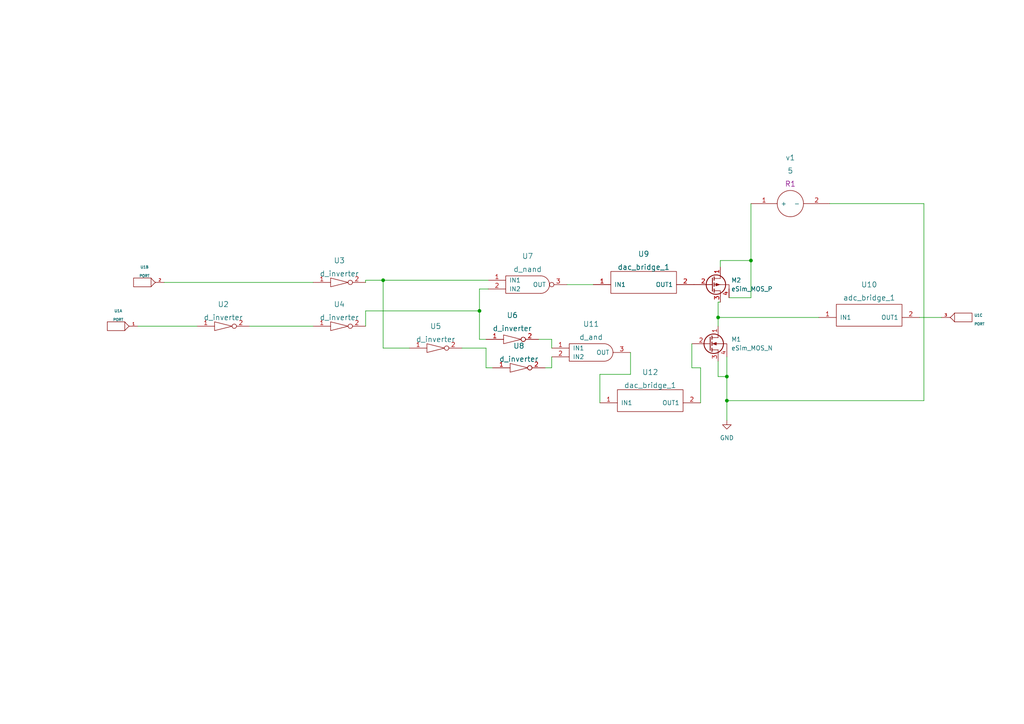
<source format=kicad_sch>
(kicad_sch (version 20211123) (generator eeschema)
  (paper "A4")
  (lib_symbols
    (symbol "eSim_Devices:eSim_MOS_N" (pin_names (offset 0) hide)
      (property "Reference" "M" (at 0 -3.81 0))
      (property "Value" "eSim_MOS_N" (at 2.54 -1.27 0))
      (symbol "eSim_MOS_N_0_1"
        (polyline (pts (xy 3.302 -7.366) (xy 3.302 -6.35)) (stroke (width 0.254)))
        (polyline (pts (xy 3.302 -6.858) (xy 5.08 -6.858)))
        (polyline (pts (xy 3.302 -5.588) (xy 3.302 -4.572)) (stroke (width 0.254)))
        (polyline (pts (xy 3.302 -5.08) (xy 5.08 -5.08)))
        (polyline (pts (xy 3.302 -3.81) (xy 3.302 -2.794)) (stroke (width 0.254)))
        (polyline (pts (xy 3.302 -3.302) (xy 5.08 -3.302)))
        (polyline (pts (xy 5.08 -7.62) (xy 5.08 -6.858)))
        (polyline (pts (xy 5.08 -3.302) (xy 5.08 -2.54)))
        (polyline (pts (xy 2.794 -6.985) (xy 2.794 -3.175) (xy 2.794 -3.175)) (stroke (width 0.254)))
        (polyline (pts (xy 5.08 -5.08) (xy 7.62 -5.08) (xy 7.62 -6.35)))
        (polyline (pts (xy 3.556 -5.08) (xy 4.572 -5.461) (xy 4.572 -4.699) (xy 3.556 -5.08)) (fill (type outline)))
        (circle (center 3.81 -5.08) (radius 2.8194) (stroke (width 0.254)))
      )
      (symbol "eSim_MOS_N_1_1"
        (pin passive line (at 5.08 0 270) (length 2.54) (name "D") (number "1"))
        (pin passive line (at -2.54 -5.08 0) (length 5.334) (name "G") (number "2"))
        (pin passive line (at 5.08 -10.16 90) (length 2.54) (name "S") (number "3"))
        (pin passive line (at 7.62 -8.89 90) (length 2.4892) (name "B") (number "4"))
      )
    )
    (symbol "eSim_Devices:eSim_MOS_P" (pin_names (offset 0) hide)
      (property "Reference" "M" (at -1.27 1.27 0))
      (property "Value" "eSim_MOS_P" (at 1.27 3.81 0))
      (symbol "eSim_MOS_P_0_1"
        (polyline (pts (xy 2.032 -1.778) (xy 3.81 -1.778)))
        (polyline (pts (xy 2.032 -1.27) (xy 2.032 -2.286)) (stroke (width 0.254)))
        (polyline (pts (xy 2.032 0) (xy 3.81 0)))
        (polyline (pts (xy 2.032 0.508) (xy 2.032 -0.508)) (stroke (width 0.254)))
        (polyline (pts (xy 2.032 1.778) (xy 3.81 1.778)))
        (polyline (pts (xy 2.032 2.286) (xy 2.032 1.27)) (stroke (width 0.254)))
        (polyline (pts (xy 3.81 -1.778) (xy 3.81 -2.54)))
        (polyline (pts (xy 3.81 2.54) (xy 3.81 1.778)))
        (polyline (pts (xy 1.524 1.905) (xy 1.524 -1.905) (xy 1.524 -1.905)) (stroke (width 0.254)))
        (polyline (pts (xy 3.81 0) (xy 6.35 0) (xy 6.35 -1.27)))
        (polyline (pts (xy 3.556 0) (xy 2.54 -0.381) (xy 2.54 0.381) (xy 3.556 0)) (fill (type outline)))
        (circle (center 2.54 0) (radius 2.8194) (stroke (width 0.254)))
      )
      (symbol "eSim_MOS_P_1_1"
        (pin passive line (at 3.81 5.08 270) (length 2.54) (name "D") (number "1"))
        (pin passive line (at -3.81 0 0) (length 5.334) (name "G") (number "2"))
        (pin passive line (at 3.81 -5.08 90) (length 2.54) (name "S") (number "3"))
        (pin passive line (at 6.35 -3.81 90) (length 2.54) (name "B") (number "4"))
      )
    )
    (symbol "eSim_Digital:d_and" (pin_names (offset 1.016))
      (property "Reference" "U" (at 0 0 0))
      (property "Value" "d_and" (at 1.27 2.54 0))
      (symbol "d_and_0_1"
        (polyline (pts (xy 3.81 -1.27) (xy -6.35 -1.27) (xy -6.35 3.81) (xy 3.81 3.81)))
        (arc (start 3.81 -1.27) (mid 5.5897 -0.5171) (end 6.35 1.27))
        (arc (start 6.35 1.27) (mid 5.5971 3.0497) (end 3.81 3.81))
      )
      (symbol "d_and_1_1"
        (pin input line (at -11.43 2.54 0) (length 5.08) (name "IN1") (number "1"))
        (pin input line (at -11.43 0 0) (length 5.08) (name "IN2") (number "2"))
        (pin output line (at 11.43 1.27 180) (length 5.08) (name "OUT") (number "3"))
      )
    )
    (symbol "eSim_Digital:d_inverter" (pin_names (offset 1.016))
      (property "Reference" "U" (at 0 -2.54 0))
      (property "Value" "d_inverter" (at 0 3.81 0))
      (symbol "d_inverter_0_1"
        (polyline (pts (xy -2.54 1.27) (xy -2.54 -1.27) (xy 2.54 0) (xy -2.54 1.27)))
      )
      (symbol "d_inverter_1_1"
        (pin input line (at -7.62 0 0) (length 5.08) (name "~") (number "1"))
        (pin output inverted (at 7.62 0 180) (length 5.08) (name "~") (number "2"))
      )
    )
    (symbol "eSim_Digital:d_nand" (pin_names (offset 1.016))
      (property "Reference" "U" (at 0 0 0))
      (property "Value" "d_nand" (at 1.27 2.54 0))
      (symbol "d_nand_0_1"
        (polyline (pts (xy 3.81 -1.27) (xy -6.35 -1.27) (xy -6.35 3.81) (xy 3.81 3.81)))
        (arc (start 3.81 -1.27) (mid 5.5897 -0.5171) (end 6.35 1.27))
        (arc (start 6.35 1.27) (mid 5.5971 3.0497) (end 3.81 3.81))
      )
      (symbol "d_nand_1_1"
        (pin input line (at -11.43 2.54 0) (length 5.08) (name "IN1") (number "1"))
        (pin input line (at -11.43 0 0) (length 5.08) (name "IN2") (number "2"))
        (pin output inverted (at 11.43 1.27 180) (length 5.08) (name "OUT") (number "3"))
      )
    )
    (symbol "eSim_Hybrid:adc_bridge_1" (pin_names (offset 1.016))
      (property "Reference" "U" (at 0 0 0))
      (property "Value" "adc_bridge_1" (at 0 3.81 0))
      (symbol "adc_bridge_1_0_1"
        (rectangle (start -10.16 5.08) (end 8.89 -1.27))
      )
      (symbol "adc_bridge_1_1_1"
        (pin input line (at -15.24 1.27 0) (length 5.08) (name "IN1") (number "1"))
        (pin output line (at 13.97 1.27 180) (length 5.08) (name "OUT1") (number "2"))
      )
    )
    (symbol "eSim_Hybrid:dac_bridge_1" (pin_names (offset 1.016))
      (property "Reference" "U" (at 0 0 0))
      (property "Value" "dac_bridge_1" (at 0 3.81 0))
      (symbol "dac_bridge_1_0_1"
        (rectangle (start -10.16 5.08) (end 8.89 -1.27))
      )
      (symbol "dac_bridge_1_1_1"
        (pin input line (at -15.24 1.27 0) (length 5.08) (name "IN1") (number "1"))
        (pin output line (at 13.97 1.27 180) (length 5.08) (name "OUT1") (number "2"))
      )
    )
    (symbol "eSim_Miscellaneous:PORT" (pin_names (offset 1.016))
      (property "Reference" "U" (at 1.27 2.54 0))
      (property "Value" "PORT" (at 0 0 0))
      (symbol "PORT_0_1"
        (rectangle (start -2.54 1.27) (end 2.54 -1.27))
        (arc (start 2.54 1.27) (mid 3.1355 0.5955) (end 3.81 0))
        (arc (start 3.81 0) (mid 3.1447 -0.6046) (end 2.54 -1.27))
      )
      (symbol "PORT_1_1"
        (pin bidirectional line (at 6.35 0 180) (length 2.54) (name "~") (number "1"))
      )
      (symbol "PORT_2_1"
        (pin bidirectional line (at 6.35 0 180) (length 2.54) (name "~") (number "2"))
      )
      (symbol "PORT_3_1"
        (pin bidirectional line (at 6.35 0 180) (length 2.54) (name "~") (number "3"))
      )
      (symbol "PORT_4_1"
        (pin bidirectional line (at 6.35 0 180) (length 2.54) (name "~") (number "4"))
      )
      (symbol "PORT_5_1"
        (pin bidirectional line (at 6.35 0 180) (length 2.54) (name "~") (number "5"))
      )
      (symbol "PORT_6_1"
        (pin bidirectional line (at 6.35 0 180) (length 2.54) (name "~") (number "6"))
      )
      (symbol "PORT_7_1"
        (pin bidirectional line (at 6.35 0 180) (length 2.54) (name "~") (number "7"))
      )
      (symbol "PORT_8_1"
        (pin bidirectional line (at 6.35 0 180) (length 2.54) (name "~") (number "8"))
      )
      (symbol "PORT_9_1"
        (pin bidirectional line (at 6.35 0 180) (length 2.54) (name "~") (number "9"))
      )
      (symbol "PORT_10_1"
        (pin bidirectional line (at 6.35 0 180) (length 2.54) (name "~") (number "10"))
      )
      (symbol "PORT_11_1"
        (pin bidirectional line (at 6.35 0 180) (length 2.54) (name "~") (number "11"))
      )
      (symbol "PORT_12_1"
        (pin bidirectional line (at 6.35 0 180) (length 2.54) (name "~") (number "12"))
      )
      (symbol "PORT_13_1"
        (pin bidirectional line (at 6.35 0 180) (length 2.54) (name "~") (number "13"))
      )
      (symbol "PORT_14_1"
        (pin bidirectional line (at 6.35 0 180) (length 2.54) (name "~") (number "14"))
      )
      (symbol "PORT_15_1"
        (pin bidirectional line (at 6.35 0 180) (length 2.54) (name "~") (number "15"))
      )
      (symbol "PORT_16_1"
        (pin bidirectional line (at 6.35 0 180) (length 2.54) (name "~") (number "16"))
      )
      (symbol "PORT_17_1"
        (pin bidirectional line (at 6.35 0 180) (length 2.54) (name "~") (number "17"))
      )
      (symbol "PORT_18_1"
        (pin bidirectional line (at 6.35 0 180) (length 2.54) (name "~") (number "18"))
      )
      (symbol "PORT_19_1"
        (pin bidirectional line (at 6.35 0 180) (length 2.54) (name "~") (number "19"))
      )
      (symbol "PORT_20_1"
        (pin bidirectional line (at 6.35 0 180) (length 2.54) (name "~") (number "20"))
      )
      (symbol "PORT_21_1"
        (pin bidirectional line (at 6.35 0 180) (length 2.54) (name "~") (number "21"))
      )
      (symbol "PORT_22_1"
        (pin bidirectional line (at 6.35 0 180) (length 2.54) (name "~") (number "22"))
      )
      (symbol "PORT_23_1"
        (pin bidirectional line (at 6.35 0 180) (length 2.54) (name "~") (number "23"))
      )
      (symbol "PORT_24_1"
        (pin bidirectional line (at 6.35 0 180) (length 2.54) (name "~") (number "24"))
      )
      (symbol "PORT_25_1"
        (pin bidirectional line (at 6.35 0 180) (length 2.54) (name "~") (number "25"))
      )
      (symbol "PORT_26_1"
        (pin bidirectional line (at 6.35 0 180) (length 2.54) (name "~") (number "26"))
      )
    )
    (symbol "eSim_Power:eSim_GND" (power) (pin_names (offset 0))
      (property "Value" "eSim_GND" (at 0 -3.81 0))
      (symbol "eSim_GND_0_1"
        (polyline (pts (xy 0 0) (xy 0 -1.27) (xy 1.27 -1.27) (xy 0 -2.54) (xy -1.27 -1.27) (xy 0 -1.27)))
      )
      (symbol "eSim_GND_1_1"
        (pin power_in line (at 0 0 270) (length 0) hide (name "GND") (number "1"))
      )
    )
    (symbol "eSim_Sources:DC" (pin_names (offset 1.016))
      (property "Reference" "v" (at -5.08 2.54 0))
      (property "Value" "DC" (at -5.08 -1.27 0))
      (property "Footprint" "R1" (at -7.62 0 0))
      (symbol "DC_0_1"
        (circle (center 0 0) (radius 3.81))
      )
      (symbol "DC_1_1"
        (pin power_out line (at 0 11.43 270) (length 7.62) (name "+") (number "1"))
        (pin bidirectional line (at 0 -11.43 90) (length 7.62) (name "-") (number "2"))
      )
    )
  )
  (junction (at 139.065 90.17))
  (junction (at 111.125 81.28))
  (junction (at 210.82 109.22))
  (junction (at 217.805 75.565))
  (junction (at 208.28 92.075))
  (junction (at 210.82 116.205))
  (wire (pts (xy 140.97 98.425) (xy 139.065 98.425)))
  (wire (pts (xy 200.66 106.68) (xy 200.66 99.695)))
  (wire (pts (xy 217.805 86.36) (xy 217.805 75.565)))
  (wire (pts (xy 203.2 106.68) (xy 200.66 106.68)))
  (wire (pts (xy 208.28 109.22) (xy 210.82 109.22)))
  (wire (pts (xy 111.125 100.965) (xy 111.125 81.28)))
  (wire (pts (xy 118.745 100.965) (xy 111.125 100.965)))
  (wire (pts (xy 111.125 81.28) (xy 106.045 81.28)))
  (wire (pts (xy 210.82 109.22) (xy 210.82 103.505)))
  (wire (pts (xy 267.97 59.055) (xy 267.97 116.205)))
  (wire (pts (xy 106.045 90.17) (xy 139.065 90.17)))
  (wire (pts (xy 208.28 92.075) (xy 208.28 94.615)))
  (wire (pts (xy 210.82 116.205) (xy 210.82 121.92)))
  (wire (pts (xy 208.28 104.775) (xy 208.28 109.22)))
  (wire (pts (xy 139.065 90.17) (xy 139.065 83.82)))
  (wire (pts (xy 182.88 102.235) (xy 182.88 108.585)))
  (wire (pts (xy 208.28 92.075) (xy 237.49 92.075)))
  (wire (pts (xy 208.28 87.63) (xy 208.915 87.63)))
  (wire (pts (xy 106.045 81.28) (xy 106.045 81.915)))
  (wire (pts (xy 217.805 59.055) (xy 217.805 75.565)))
  (wire (pts (xy 240.665 59.055) (xy 267.97 59.055)))
  (wire (pts (xy 182.88 108.585) (xy 173.99 108.585)))
  (wire (pts (xy 133.985 100.965) (xy 140.97 100.965)))
  (wire (pts (xy 40.005 94.615) (xy 57.15 94.615)))
  (wire (pts (xy 203.2 116.84) (xy 203.2 106.68)))
  (wire (pts (xy 47.625 81.915) (xy 90.805 81.915)))
  (wire (pts (xy 106.045 94.615) (xy 106.045 90.17)))
  (wire (pts (xy 210.82 109.22) (xy 210.82 116.205)))
  (wire (pts (xy 164.465 82.55) (xy 172.085 82.55)))
  (wire (pts (xy 208.28 87.63) (xy 208.28 92.075)))
  (wire (pts (xy 140.97 106.68) (xy 142.875 106.68)))
  (wire (pts (xy 140.97 100.965) (xy 140.97 106.68)))
  (wire (pts (xy 158.115 106.68) (xy 160.02 106.68)))
  (wire (pts (xy 173.99 108.585) (xy 173.99 116.84)))
  (wire (pts (xy 139.065 98.425) (xy 139.065 90.17)))
  (wire (pts (xy 208.915 75.565) (xy 208.915 77.47)))
  (wire (pts (xy 211.455 86.36) (xy 217.805 86.36)))
  (wire (pts (xy 160.02 100.965) (xy 160.02 98.425)))
  (wire (pts (xy 72.39 94.615) (xy 90.805 94.615)))
  (wire (pts (xy 266.7 92.075) (xy 273.05 92.075)))
  (wire (pts (xy 208.915 75.565) (xy 217.805 75.565)))
  (wire (pts (xy 139.065 83.82) (xy 141.605 83.82)))
  (wire (pts (xy 160.02 98.425) (xy 156.21 98.425)))
  (wire (pts (xy 160.02 106.68) (xy 160.02 103.505)))
  (wire (pts (xy 141.605 81.28) (xy 111.125 81.28)))
  (wire (pts (xy 267.97 116.205) (xy 210.82 116.205)))
  (symbol (lib_id "eSim_Power:eSim_GND") (at 210.82 121.92 0) (unit 1)
    (property "Reference" "#PWR01" (effects hide))
    (property "Value" "eSim_GND" (at 210.82 127 0))
  )
  (symbol (lib_id "eSim_Devices:eSim_MOS_N") (at 203.2 94.615 0) (unit 1)
    (property "Reference" "M1" (at 212.09 98.4249 0) (effects (justify left)))
    (property "Value" "eSim_MOS_N" (at 212.09 100.9649 0) (effects (justify left)))
  )
  (symbol (lib_id "eSim_Digital:d_inverter") (at 126.365 100.965 0) (unit 1)
    (property "Reference" "U5" (at 126.365 94.615 0) (effects (font (size 1.524 1.524))))
    (property "Value" "d_inverter" (at 126.365 98.425 0) (effects (font (size 1.524 1.524))))
  )
  (symbol (lib_id "eSim_Miscellaneous:PORT") (at 33.655 94.615 0) (unit 1)
    (property "Reference" "U1" (at 34.29 90.17 0) (effects (font (size 0.762 0.762))))
    (property "Value" "PORT" (at 34.29 92.71 0) (effects (font (size 0.762 0.762))))
  )
  (symbol (lib_id "eSim_Digital:d_inverter") (at 64.77 94.615 0) (unit 1)
    (property "Reference" "U2" (at 64.77 88.265 0) (effects (font (size 1.524 1.524))))
    (property "Value" "d_inverter" (at 64.77 92.075 0) (effects (font (size 1.524 1.524))))
  )
  (symbol (lib_id "eSim_Digital:d_inverter") (at 150.495 106.68 0) (unit 1)
    (property "Reference" "U8" (at 150.495 100.33 0) (effects (font (size 1.524 1.524))))
    (property "Value" "d_inverter" (at 150.495 104.14 0) (effects (font (size 1.524 1.524))))
  )
  (symbol (lib_id "eSim_Digital:d_nand") (at 153.035 83.82 0) (unit 1)
    (property "Reference" "U7" (at 153.035 74.295 0) (effects (font (size 1.524 1.524))))
    (property "Value" "d_nand" (at 153.035 78.105 0) (effects (font (size 1.524 1.524))))
  )
  (symbol (lib_id "eSim_Digital:d_inverter") (at 98.425 94.615 0) (unit 1)
    (property "Reference" "U4" (at 98.425 88.265 0) (effects (font (size 1.524 1.524))))
    (property "Value" "d_inverter" (at 98.425 92.075 0) (effects (font (size 1.524 1.524))))
  )
  (symbol (lib_id "eSim_Hybrid:dac_bridge_1") (at 189.23 118.11 0) (unit 1)
    (property "Reference" "U12" (at 188.595 107.95 0) (effects (font (size 1.524 1.524))))
    (property "Value" "dac_bridge_1" (at 188.595 111.76 0) (effects (font (size 1.524 1.524))))
  )
  (symbol (lib_id "eSim_Hybrid:adc_bridge_1") (at 252.73 93.345 0) (unit 1)
    (property "Reference" "U10" (at 252.095 82.55 0) (effects (font (size 1.524 1.524))))
    (property "Value" "adc_bridge_1" (at 252.095 86.36 0) (effects (font (size 1.524 1.524))))
  )
  (symbol (lib_id "eSim_Sources:DC") (at 229.235 59.055 90) (unit 1)
    (property "Reference" "v1" (at 229.235 45.72 90) (effects (font (size 1.524 1.524))))
    (property "Value" "5" (at 229.235 49.53 90) (effects (font (size 1.524 1.524))))
    (property "Footprint" "R1" (at 229.235 53.34 90) (effects (font (size 1.524 1.524))))
  )
  (symbol (lib_id "eSim_Digital:d_inverter") (at 98.425 81.915 0) (unit 1)
    (property "Reference" "U3" (at 98.425 75.565 0) (effects (font (size 1.524 1.524))))
    (property "Value" "d_inverter" (at 98.425 79.375 0) (effects (font (size 1.524 1.524))))
  )
  (symbol (lib_id "eSim_Devices:eSim_MOS_P") (at 205.105 82.55 0) (unit 1)
    (property "Reference" "M2" (at 212.09 81.2799 0) (effects (justify left)))
    (property "Value" "eSim_MOS_P" (at 212.09 83.8199 0) (effects (justify left)))
  )
  (symbol (lib_id "eSim_Hybrid:dac_bridge_1") (at 187.325 83.82 0) (unit 1)
    (property "Reference" "U9" (at 186.69 73.66 0) (effects (font (size 1.524 1.524))))
    (property "Value" "dac_bridge_1" (at 186.69 77.47 0) (effects (font (size 1.524 1.524))))
  )
  (symbol (lib_id "eSim_Digital:d_inverter") (at 148.59 98.425 0) (unit 1)
    (property "Reference" "U6" (at 148.59 91.44 0) (effects (font (size 1.524 1.524))))
    (property "Value" "d_inverter" (at 148.59 95.25 0) (effects (font (size 1.524 1.524))))
  )
  (symbol (lib_id "eSim_Miscellaneous:PORT") (at 279.4 92.075 0) (mirror y) (unit 3)
    (property "Reference" "U1" (at 282.575 91.44 0) (effects (font (size 0.762 0.762)) (justify right)))
    (property "Value" "PORT" (at 282.575 93.98 0) (effects (font (size 0.762 0.762)) (justify right)))
  )
  (symbol (lib_id "eSim_Miscellaneous:PORT") (at 41.275 81.915 0) (unit 2)
    (property "Reference" "U1" (at 41.91 77.47 0) (effects (font (size 0.762 0.762))))
    (property "Value" "PORT" (at 41.91 80.01 0) (effects (font (size 0.762 0.762))))
  )
  (symbol (lib_id "eSim_Digital:d_and") (at 171.45 103.505 0) (unit 1)
    (property "Reference" "U11" (at 171.45 93.98 0) (effects (font (size 1.524 1.524))))
    (property "Value" "d_and" (at 171.45 97.79 0) (effects (font (size 1.524 1.524))))
  )
)
</source>
